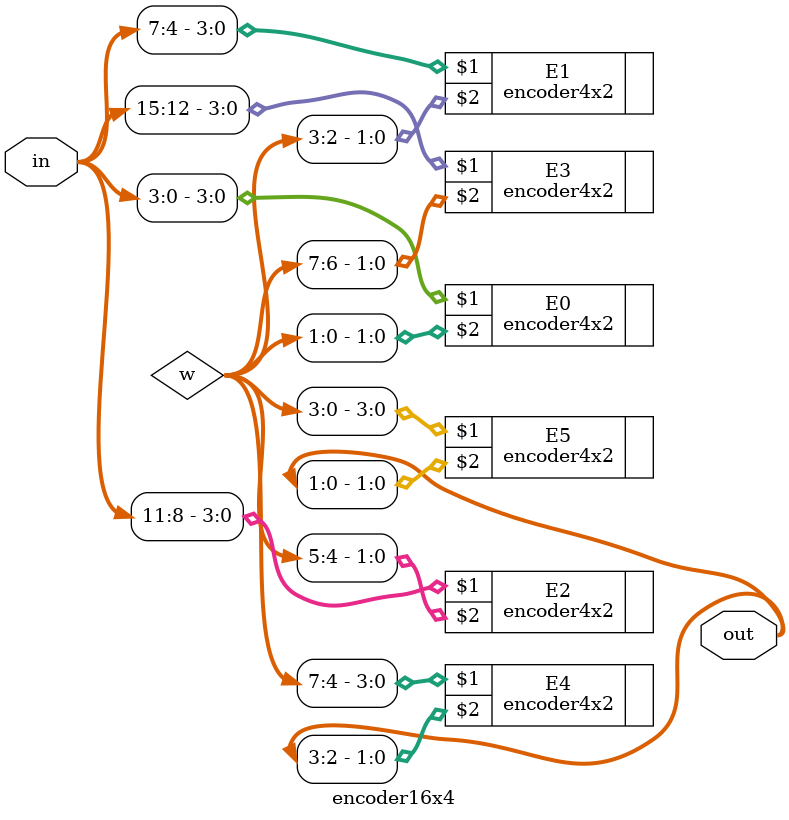
<source format=v>
`include "encoder4x2_gatelevel.v"

module encoder16x4(in,out);
  
  input [15:0] in;
  output [3:0] out;
  
  wire [7:0]w;
  
  encoder4x2 E0 (in[3:0],w[1:0]);
  encoder4x2 E1 (in[7:4],w[3:2]);
  encoder4x2 E2 (in[11:8],w[5:4]);
  encoder4x2 E3 (in[15:12],w[7:6]);
  encoder4x2 E4 (w[7:4],out[3:2]);
  encoder4x2 E5 (w[3:0],out[1:0]);
  
endmodule
</source>
